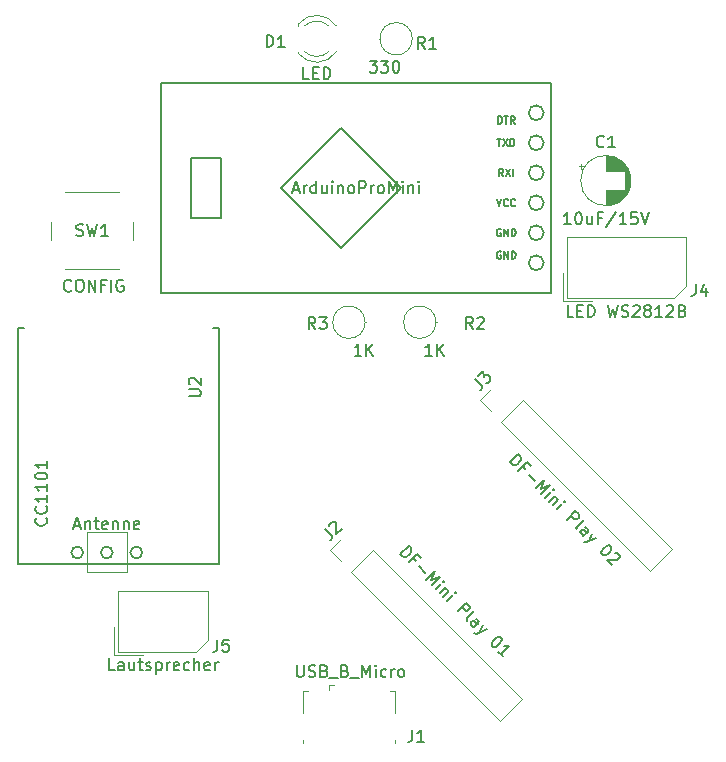
<source format=gbr>
G04 #@! TF.GenerationSoftware,KiCad,Pcbnew,(5.0.2)-1*
G04 #@! TF.CreationDate,2020-02-26T09:59:23+01:00*
G04 #@! TF.ProjectId,HB-OU-MP3-LED_PCB,48422d4f-552d-44d5-9033-2d4c45445f50,V2.1.3*
G04 #@! TF.SameCoordinates,Original*
G04 #@! TF.FileFunction,Legend,Top*
G04 #@! TF.FilePolarity,Positive*
%FSLAX46Y46*%
G04 Gerber Fmt 4.6, Leading zero omitted, Abs format (unit mm)*
G04 Created by KiCad (PCBNEW (5.0.2)-1) date 26.02.2020 09:59:23*
%MOMM*%
%LPD*%
G01*
G04 APERTURE LIST*
%ADD10C,0.120000*%
%ADD11C,0.150000*%
G04 APERTURE END LIST*
D10*
G04 #@! TO.C,C1*
X165870000Y-83000000D02*
G75*
G03X165870000Y-83000000I-2120000J0D01*
G01*
X163750000Y-83840000D02*
X163750000Y-85080000D01*
X163750000Y-80920000D02*
X163750000Y-82160000D01*
X163790000Y-83840000D02*
X163790000Y-85080000D01*
X163790000Y-80920000D02*
X163790000Y-82160000D01*
X163830000Y-83840000D02*
X163830000Y-85079000D01*
X163830000Y-80921000D02*
X163830000Y-82160000D01*
X163870000Y-80923000D02*
X163870000Y-82160000D01*
X163870000Y-83840000D02*
X163870000Y-85077000D01*
X163910000Y-80926000D02*
X163910000Y-82160000D01*
X163910000Y-83840000D02*
X163910000Y-85074000D01*
X163950000Y-80929000D02*
X163950000Y-82160000D01*
X163950000Y-83840000D02*
X163950000Y-85071000D01*
X163990000Y-80933000D02*
X163990000Y-82160000D01*
X163990000Y-83840000D02*
X163990000Y-85067000D01*
X164030000Y-80938000D02*
X164030000Y-82160000D01*
X164030000Y-83840000D02*
X164030000Y-85062000D01*
X164070000Y-80944000D02*
X164070000Y-82160000D01*
X164070000Y-83840000D02*
X164070000Y-85056000D01*
X164110000Y-80950000D02*
X164110000Y-82160000D01*
X164110000Y-83840000D02*
X164110000Y-85050000D01*
X164150000Y-80958000D02*
X164150000Y-82160000D01*
X164150000Y-83840000D02*
X164150000Y-85042000D01*
X164190000Y-80966000D02*
X164190000Y-82160000D01*
X164190000Y-83840000D02*
X164190000Y-85034000D01*
X164230000Y-80975000D02*
X164230000Y-82160000D01*
X164230000Y-83840000D02*
X164230000Y-85025000D01*
X164270000Y-80984000D02*
X164270000Y-82160000D01*
X164270000Y-83840000D02*
X164270000Y-85016000D01*
X164310000Y-80995000D02*
X164310000Y-82160000D01*
X164310000Y-83840000D02*
X164310000Y-85005000D01*
X164350000Y-81006000D02*
X164350000Y-82160000D01*
X164350000Y-83840000D02*
X164350000Y-84994000D01*
X164390000Y-81018000D02*
X164390000Y-82160000D01*
X164390000Y-83840000D02*
X164390000Y-84982000D01*
X164430000Y-81032000D02*
X164430000Y-82160000D01*
X164430000Y-83840000D02*
X164430000Y-84968000D01*
X164471000Y-81046000D02*
X164471000Y-82160000D01*
X164471000Y-83840000D02*
X164471000Y-84954000D01*
X164511000Y-81060000D02*
X164511000Y-82160000D01*
X164511000Y-83840000D02*
X164511000Y-84940000D01*
X164551000Y-81076000D02*
X164551000Y-82160000D01*
X164551000Y-83840000D02*
X164551000Y-84924000D01*
X164591000Y-81093000D02*
X164591000Y-82160000D01*
X164591000Y-83840000D02*
X164591000Y-84907000D01*
X164631000Y-81111000D02*
X164631000Y-82160000D01*
X164631000Y-83840000D02*
X164631000Y-84889000D01*
X164671000Y-81130000D02*
X164671000Y-82160000D01*
X164671000Y-83840000D02*
X164671000Y-84870000D01*
X164711000Y-81149000D02*
X164711000Y-82160000D01*
X164711000Y-83840000D02*
X164711000Y-84851000D01*
X164751000Y-81170000D02*
X164751000Y-82160000D01*
X164751000Y-83840000D02*
X164751000Y-84830000D01*
X164791000Y-81192000D02*
X164791000Y-82160000D01*
X164791000Y-83840000D02*
X164791000Y-84808000D01*
X164831000Y-81215000D02*
X164831000Y-82160000D01*
X164831000Y-83840000D02*
X164831000Y-84785000D01*
X164871000Y-81240000D02*
X164871000Y-82160000D01*
X164871000Y-83840000D02*
X164871000Y-84760000D01*
X164911000Y-81265000D02*
X164911000Y-82160000D01*
X164911000Y-83840000D02*
X164911000Y-84735000D01*
X164951000Y-81292000D02*
X164951000Y-82160000D01*
X164951000Y-83840000D02*
X164951000Y-84708000D01*
X164991000Y-81320000D02*
X164991000Y-82160000D01*
X164991000Y-83840000D02*
X164991000Y-84680000D01*
X165031000Y-81350000D02*
X165031000Y-82160000D01*
X165031000Y-83840000D02*
X165031000Y-84650000D01*
X165071000Y-81381000D02*
X165071000Y-82160000D01*
X165071000Y-83840000D02*
X165071000Y-84619000D01*
X165111000Y-81413000D02*
X165111000Y-82160000D01*
X165111000Y-83840000D02*
X165111000Y-84587000D01*
X165151000Y-81448000D02*
X165151000Y-82160000D01*
X165151000Y-83840000D02*
X165151000Y-84552000D01*
X165191000Y-81484000D02*
X165191000Y-82160000D01*
X165191000Y-83840000D02*
X165191000Y-84516000D01*
X165231000Y-81522000D02*
X165231000Y-82160000D01*
X165231000Y-83840000D02*
X165231000Y-84478000D01*
X165271000Y-81562000D02*
X165271000Y-82160000D01*
X165271000Y-83840000D02*
X165271000Y-84438000D01*
X165311000Y-81604000D02*
X165311000Y-82160000D01*
X165311000Y-83840000D02*
X165311000Y-84396000D01*
X165351000Y-81649000D02*
X165351000Y-84351000D01*
X165391000Y-81696000D02*
X165391000Y-84304000D01*
X165431000Y-81746000D02*
X165431000Y-84254000D01*
X165471000Y-81800000D02*
X165471000Y-84200000D01*
X165511000Y-81858000D02*
X165511000Y-84142000D01*
X165551000Y-81920000D02*
X165551000Y-84080000D01*
X165591000Y-81987000D02*
X165591000Y-84013000D01*
X165631000Y-82060000D02*
X165631000Y-83940000D01*
X165671000Y-82141000D02*
X165671000Y-83859000D01*
X165711000Y-82232000D02*
X165711000Y-83768000D01*
X165751000Y-82336000D02*
X165751000Y-83664000D01*
X165791000Y-82463000D02*
X165791000Y-83537000D01*
X165831000Y-82630000D02*
X165831000Y-83370000D01*
X161480199Y-81805000D02*
X161880199Y-81805000D01*
X161680199Y-81605000D02*
X161680199Y-82005000D01*
G04 #@! TO.C,D1*
X140942335Y-69921392D02*
G75*
G03X137710000Y-69764484I-1672335J-1078608D01*
G01*
X140942335Y-72078608D02*
G75*
G02X137710000Y-72235516I-1672335J1078608D01*
G01*
X140311130Y-69920163D02*
G75*
G03X138229039Y-69920000I-1041130J-1079837D01*
G01*
X140311130Y-72079837D02*
G75*
G02X138229039Y-72080000I-1041130J1079837D01*
G01*
X137710000Y-69764000D02*
X137710000Y-69920000D01*
X137710000Y-72080000D02*
X137710000Y-72236000D01*
G04 #@! TO.C,J1*
X138100000Y-126237500D02*
X138550000Y-126237500D01*
X138100000Y-128087500D02*
X138100000Y-126237500D01*
X145900000Y-130637500D02*
X145900000Y-130387500D01*
X138100000Y-130637500D02*
X138100000Y-130387500D01*
X145900000Y-128087500D02*
X145900000Y-126237500D01*
X145900000Y-126237500D02*
X145450000Y-126237500D01*
X140300000Y-125687500D02*
X140750000Y-125687500D01*
X140300000Y-125687500D02*
X140300000Y-126137500D01*
G04 #@! TO.C,J2*
X154812359Y-128753263D02*
X156693263Y-126872359D01*
X142197574Y-116138478D02*
X154812359Y-128753263D01*
X144078478Y-114257574D02*
X156693263Y-126872359D01*
X142197574Y-116138478D02*
X144078478Y-114257574D01*
X141299548Y-115240452D02*
X140359096Y-114300000D01*
X140359096Y-114300000D02*
X141299548Y-113359548D01*
G04 #@! TO.C,J3*
X153059096Y-101600000D02*
X153999548Y-100659548D01*
X153999548Y-102540452D02*
X153059096Y-101600000D01*
X154897574Y-103438478D02*
X156778478Y-101557574D01*
X156778478Y-101557574D02*
X169393263Y-114172359D01*
X154897574Y-103438478D02*
X167512359Y-116053263D01*
X167512359Y-116053263D02*
X169393263Y-114172359D01*
G04 #@! TO.C,J4*
X160440000Y-87790000D02*
X160440000Y-92910000D01*
X160440000Y-92910000D02*
X169560000Y-92910000D01*
X169560000Y-92910000D02*
X170560000Y-91910000D01*
X170560000Y-91910000D02*
X170560000Y-87790000D01*
X170560000Y-87790000D02*
X160440000Y-87790000D01*
X160140000Y-90800000D02*
X160140000Y-93210000D01*
X160140000Y-93210000D02*
X162550000Y-93210000D01*
G04 #@! TO.C,J5*
X122440000Y-117790000D02*
X122440000Y-122910000D01*
X122440000Y-122910000D02*
X129060000Y-122910000D01*
X129060000Y-122910000D02*
X130060000Y-121910000D01*
X130060000Y-121910000D02*
X130060000Y-117790000D01*
X130060000Y-117790000D02*
X122440000Y-117790000D01*
X122140000Y-120800000D02*
X122140000Y-123210000D01*
X122140000Y-123210000D02*
X124550000Y-123210000D01*
G04 #@! TO.C,R1*
X147370000Y-71000000D02*
G75*
G03X147370000Y-71000000I-1370000J0D01*
G01*
X144630000Y-71000000D02*
X144560000Y-71000000D01*
G04 #@! TO.C,R2*
X149370000Y-95000000D02*
X149440000Y-95000000D01*
X149370000Y-95000000D02*
G75*
G03X149370000Y-95000000I-1370000J0D01*
G01*
G04 #@! TO.C,R3*
X143370000Y-95000000D02*
G75*
G03X143370000Y-95000000I-1370000J0D01*
G01*
X143370000Y-95000000D02*
X143440000Y-95000000D01*
G04 #@! TO.C,SW1*
X118000000Y-90500000D02*
X122500000Y-90500000D01*
X116750000Y-86500000D02*
X116750000Y-88000000D01*
X122500000Y-84000000D02*
X118000000Y-84000000D01*
X123750000Y-88000000D02*
X123750000Y-86500000D01*
D11*
G04 #@! TO.C,U1*
X158495000Y-89970000D02*
G75*
G03X158495000Y-89970000I-635000J0D01*
G01*
X158495000Y-87430000D02*
G75*
G03X158495000Y-87430000I-635000J0D01*
G01*
X158495000Y-84890000D02*
G75*
G03X158495000Y-84890000I-635000J0D01*
G01*
X158495000Y-82350000D02*
G75*
G03X158495000Y-82350000I-635000J0D01*
G01*
X158495000Y-79810000D02*
G75*
G03X158495000Y-79810000I-635000J0D01*
G01*
X158495000Y-77270000D02*
G75*
G03X158495000Y-77270000I-635000J0D01*
G01*
X128650000Y-81080000D02*
X128650000Y-86160000D01*
X128650000Y-86160000D02*
X131190000Y-86160000D01*
X131190000Y-86160000D02*
X131190000Y-81080000D01*
X131190000Y-81080000D02*
X128650000Y-81080000D01*
X141350000Y-88700000D02*
X146430000Y-83620000D01*
X146430000Y-83620000D02*
X141350000Y-78540000D01*
X141350000Y-78540000D02*
X136270000Y-83620000D01*
X136270000Y-83620000D02*
X141350000Y-88700000D01*
X126110000Y-92510000D02*
X159130000Y-92510000D01*
X159130000Y-92510000D02*
X159130000Y-74730000D01*
X159130000Y-74730000D02*
X126110000Y-74730000D01*
X126110000Y-74730000D02*
X126110000Y-92510000D01*
G04 #@! TO.C,U2*
X114000000Y-95500000D02*
X114500000Y-95500000D01*
X131000000Y-95500000D02*
X130500000Y-95500000D01*
X119500000Y-114500000D02*
G75*
G03X119500000Y-114500000I-500000J0D01*
G01*
X124500000Y-114500000D02*
G75*
G03X124500000Y-114500000I-500000J0D01*
G01*
X122000000Y-114500000D02*
G75*
G03X122000000Y-114500000I-500000J0D01*
G01*
X131000000Y-95500000D02*
X131000000Y-115500000D01*
X131000000Y-115500000D02*
X114000000Y-115500000D01*
X114000000Y-115500000D02*
X114000000Y-95500000D01*
D10*
G04 #@! TO.C,Antenne*
X119814000Y-116178000D02*
X119814000Y-112778000D01*
X123214000Y-116178000D02*
X119814000Y-116178000D01*
X123214000Y-112778000D02*
X123214000Y-116178000D01*
X119814000Y-112778000D02*
X123214000Y-112778000D01*
G04 #@! TO.C,C1*
D11*
X163583333Y-80107142D02*
X163535714Y-80154761D01*
X163392857Y-80202380D01*
X163297619Y-80202380D01*
X163154761Y-80154761D01*
X163059523Y-80059523D01*
X163011904Y-79964285D01*
X162964285Y-79773809D01*
X162964285Y-79630952D01*
X163011904Y-79440476D01*
X163059523Y-79345238D01*
X163154761Y-79250000D01*
X163297619Y-79202380D01*
X163392857Y-79202380D01*
X163535714Y-79250000D01*
X163583333Y-79297619D01*
X164535714Y-80202380D02*
X163964285Y-80202380D01*
X164250000Y-80202380D02*
X164250000Y-79202380D01*
X164154761Y-79345238D01*
X164059523Y-79440476D01*
X163964285Y-79488095D01*
X160773809Y-86702380D02*
X160202380Y-86702380D01*
X160488095Y-86702380D02*
X160488095Y-85702380D01*
X160392857Y-85845238D01*
X160297619Y-85940476D01*
X160202380Y-85988095D01*
X161392857Y-85702380D02*
X161488095Y-85702380D01*
X161583333Y-85750000D01*
X161630952Y-85797619D01*
X161678571Y-85892857D01*
X161726190Y-86083333D01*
X161726190Y-86321428D01*
X161678571Y-86511904D01*
X161630952Y-86607142D01*
X161583333Y-86654761D01*
X161488095Y-86702380D01*
X161392857Y-86702380D01*
X161297619Y-86654761D01*
X161250000Y-86607142D01*
X161202380Y-86511904D01*
X161154761Y-86321428D01*
X161154761Y-86083333D01*
X161202380Y-85892857D01*
X161250000Y-85797619D01*
X161297619Y-85750000D01*
X161392857Y-85702380D01*
X162583333Y-86035714D02*
X162583333Y-86702380D01*
X162154761Y-86035714D02*
X162154761Y-86559523D01*
X162202380Y-86654761D01*
X162297619Y-86702380D01*
X162440476Y-86702380D01*
X162535714Y-86654761D01*
X162583333Y-86607142D01*
X163392857Y-86178571D02*
X163059523Y-86178571D01*
X163059523Y-86702380D02*
X163059523Y-85702380D01*
X163535714Y-85702380D01*
X164630952Y-85654761D02*
X163773809Y-86940476D01*
X165488095Y-86702380D02*
X164916666Y-86702380D01*
X165202380Y-86702380D02*
X165202380Y-85702380D01*
X165107142Y-85845238D01*
X165011904Y-85940476D01*
X164916666Y-85988095D01*
X166392857Y-85702380D02*
X165916666Y-85702380D01*
X165869047Y-86178571D01*
X165916666Y-86130952D01*
X166011904Y-86083333D01*
X166250000Y-86083333D01*
X166345238Y-86130952D01*
X166392857Y-86178571D01*
X166440476Y-86273809D01*
X166440476Y-86511904D01*
X166392857Y-86607142D01*
X166345238Y-86654761D01*
X166250000Y-86702380D01*
X166011904Y-86702380D01*
X165916666Y-86654761D01*
X165869047Y-86607142D01*
X166726190Y-85702380D02*
X167059523Y-86702380D01*
X167392857Y-85702380D01*
G04 #@! TO.C,D1*
X135024904Y-71699380D02*
X135024904Y-70699380D01*
X135263000Y-70699380D01*
X135405857Y-70747000D01*
X135501095Y-70842238D01*
X135548714Y-70937476D01*
X135596333Y-71127952D01*
X135596333Y-71270809D01*
X135548714Y-71461285D01*
X135501095Y-71556523D01*
X135405857Y-71651761D01*
X135263000Y-71699380D01*
X135024904Y-71699380D01*
X136548714Y-71699380D02*
X135977285Y-71699380D01*
X136263000Y-71699380D02*
X136263000Y-70699380D01*
X136167761Y-70842238D01*
X136072523Y-70937476D01*
X135977285Y-70985095D01*
X138627142Y-74412380D02*
X138150952Y-74412380D01*
X138150952Y-73412380D01*
X138960476Y-73888571D02*
X139293809Y-73888571D01*
X139436666Y-74412380D02*
X138960476Y-74412380D01*
X138960476Y-73412380D01*
X139436666Y-73412380D01*
X139865238Y-74412380D02*
X139865238Y-73412380D01*
X140103333Y-73412380D01*
X140246190Y-73460000D01*
X140341428Y-73555238D01*
X140389047Y-73650476D01*
X140436666Y-73840952D01*
X140436666Y-73983809D01*
X140389047Y-74174285D01*
X140341428Y-74269523D01*
X140246190Y-74364761D01*
X140103333Y-74412380D01*
X139865238Y-74412380D01*
G04 #@! TO.C,J1*
X147367666Y-129500380D02*
X147367666Y-130214666D01*
X147320047Y-130357523D01*
X147224809Y-130452761D01*
X147081952Y-130500380D01*
X146986714Y-130500380D01*
X148367666Y-130500380D02*
X147796238Y-130500380D01*
X148081952Y-130500380D02*
X148081952Y-129500380D01*
X147986714Y-129643238D01*
X147891476Y-129738476D01*
X147796238Y-129786095D01*
X137589190Y-124039380D02*
X137589190Y-124848904D01*
X137636809Y-124944142D01*
X137684428Y-124991761D01*
X137779666Y-125039380D01*
X137970142Y-125039380D01*
X138065380Y-124991761D01*
X138113000Y-124944142D01*
X138160619Y-124848904D01*
X138160619Y-124039380D01*
X138589190Y-124991761D02*
X138732047Y-125039380D01*
X138970142Y-125039380D01*
X139065380Y-124991761D01*
X139113000Y-124944142D01*
X139160619Y-124848904D01*
X139160619Y-124753666D01*
X139113000Y-124658428D01*
X139065380Y-124610809D01*
X138970142Y-124563190D01*
X138779666Y-124515571D01*
X138684428Y-124467952D01*
X138636809Y-124420333D01*
X138589190Y-124325095D01*
X138589190Y-124229857D01*
X138636809Y-124134619D01*
X138684428Y-124087000D01*
X138779666Y-124039380D01*
X139017761Y-124039380D01*
X139160619Y-124087000D01*
X139922523Y-124515571D02*
X140065380Y-124563190D01*
X140113000Y-124610809D01*
X140160619Y-124706047D01*
X140160619Y-124848904D01*
X140113000Y-124944142D01*
X140065380Y-124991761D01*
X139970142Y-125039380D01*
X139589190Y-125039380D01*
X139589190Y-124039380D01*
X139922523Y-124039380D01*
X140017761Y-124087000D01*
X140065380Y-124134619D01*
X140113000Y-124229857D01*
X140113000Y-124325095D01*
X140065380Y-124420333D01*
X140017761Y-124467952D01*
X139922523Y-124515571D01*
X139589190Y-124515571D01*
X140351095Y-125134619D02*
X141113000Y-125134619D01*
X141684428Y-124515571D02*
X141827285Y-124563190D01*
X141874904Y-124610809D01*
X141922523Y-124706047D01*
X141922523Y-124848904D01*
X141874904Y-124944142D01*
X141827285Y-124991761D01*
X141732047Y-125039380D01*
X141351095Y-125039380D01*
X141351095Y-124039380D01*
X141684428Y-124039380D01*
X141779666Y-124087000D01*
X141827285Y-124134619D01*
X141874904Y-124229857D01*
X141874904Y-124325095D01*
X141827285Y-124420333D01*
X141779666Y-124467952D01*
X141684428Y-124515571D01*
X141351095Y-124515571D01*
X142113000Y-125134619D02*
X142874904Y-125134619D01*
X143113000Y-125039380D02*
X143113000Y-124039380D01*
X143446333Y-124753666D01*
X143779666Y-124039380D01*
X143779666Y-125039380D01*
X144255857Y-125039380D02*
X144255857Y-124372714D01*
X144255857Y-124039380D02*
X144208238Y-124087000D01*
X144255857Y-124134619D01*
X144303476Y-124087000D01*
X144255857Y-124039380D01*
X144255857Y-124134619D01*
X145160619Y-124991761D02*
X145065380Y-125039380D01*
X144874904Y-125039380D01*
X144779666Y-124991761D01*
X144732047Y-124944142D01*
X144684428Y-124848904D01*
X144684428Y-124563190D01*
X144732047Y-124467952D01*
X144779666Y-124420333D01*
X144874904Y-124372714D01*
X145065380Y-124372714D01*
X145160619Y-124420333D01*
X145589190Y-125039380D02*
X145589190Y-124372714D01*
X145589190Y-124563190D02*
X145636809Y-124467952D01*
X145684428Y-124420333D01*
X145779666Y-124372714D01*
X145874904Y-124372714D01*
X146351095Y-125039380D02*
X146255857Y-124991761D01*
X146208238Y-124944142D01*
X146160619Y-124848904D01*
X146160619Y-124563190D01*
X146208238Y-124467952D01*
X146255857Y-124420333D01*
X146351095Y-124372714D01*
X146493952Y-124372714D01*
X146589190Y-124420333D01*
X146636809Y-124467952D01*
X146684428Y-124563190D01*
X146684428Y-124848904D01*
X146636809Y-124944142D01*
X146589190Y-124991761D01*
X146493952Y-125039380D01*
X146351095Y-125039380D01*
G04 #@! TO.C,J2*
X139969513Y-112500918D02*
X140474589Y-113005994D01*
X140541933Y-113140681D01*
X140541933Y-113275368D01*
X140474589Y-113410055D01*
X140407246Y-113477398D01*
X140339902Y-112265215D02*
X140339902Y-112197872D01*
X140373574Y-112096857D01*
X140541933Y-111928498D01*
X140642948Y-111894826D01*
X140710292Y-111894826D01*
X140811307Y-111928498D01*
X140878650Y-111995841D01*
X140945994Y-112130528D01*
X140945994Y-112938650D01*
X141383727Y-112500918D01*
X146356298Y-114611061D02*
X147063405Y-113903954D01*
X147231763Y-114072313D01*
X147299107Y-114207000D01*
X147299107Y-114341687D01*
X147265435Y-114442702D01*
X147164420Y-114611061D01*
X147063405Y-114712076D01*
X146895046Y-114813092D01*
X146794031Y-114846763D01*
X146659344Y-114846763D01*
X146524657Y-114779420D01*
X146356298Y-114611061D01*
X147669496Y-115183481D02*
X147433794Y-114947779D01*
X147063405Y-115318168D02*
X147770511Y-114611061D01*
X148107229Y-114947779D01*
X147938870Y-115654885D02*
X148477618Y-116193633D01*
X148544962Y-116799725D02*
X149252068Y-116092618D01*
X148982694Y-116833397D01*
X149723473Y-116564023D01*
X149016366Y-117271129D01*
X149353084Y-117607847D02*
X149824488Y-117136442D01*
X150060190Y-116900740D02*
X149992847Y-116900740D01*
X149992847Y-116968084D01*
X150060190Y-116968084D01*
X150060190Y-116900740D01*
X149992847Y-116968084D01*
X150161206Y-117473160D02*
X149689801Y-117944564D01*
X150093862Y-117540503D02*
X150161206Y-117540503D01*
X150262221Y-117574175D01*
X150363236Y-117675190D01*
X150396908Y-117776206D01*
X150363236Y-117877221D01*
X149992847Y-118247610D01*
X150329564Y-118584328D02*
X150800969Y-118112923D01*
X151036671Y-117877221D02*
X150969328Y-117877221D01*
X150969328Y-117944564D01*
X151036671Y-117944564D01*
X151036671Y-117877221D01*
X150969328Y-117944564D01*
X151205030Y-119459793D02*
X151912137Y-118752687D01*
X152181511Y-119022061D01*
X152215183Y-119123076D01*
X152215183Y-119190419D01*
X152181511Y-119291435D01*
X152080496Y-119392450D01*
X151979480Y-119426122D01*
X151912137Y-119426122D01*
X151811122Y-119392450D01*
X151541748Y-119123076D01*
X152013152Y-120267915D02*
X151979480Y-120166900D01*
X152013152Y-120065885D01*
X152619244Y-119459793D01*
X152585572Y-120840335D02*
X152955961Y-120469946D01*
X152989633Y-120368931D01*
X152955961Y-120267915D01*
X152821274Y-120133228D01*
X152720259Y-120099557D01*
X152619244Y-120806663D02*
X152518228Y-120772992D01*
X152349870Y-120604633D01*
X152316198Y-120503618D01*
X152349870Y-120402602D01*
X152417213Y-120335259D01*
X152518228Y-120301587D01*
X152619244Y-120335259D01*
X152787602Y-120503618D01*
X152888618Y-120537289D01*
X153326350Y-120638305D02*
X153023305Y-121278068D01*
X153663068Y-120975022D02*
X153023305Y-121278068D01*
X152787602Y-121379083D01*
X152720259Y-121379083D01*
X152619244Y-121345411D01*
X154841579Y-121682129D02*
X154908923Y-121749472D01*
X154942594Y-121850488D01*
X154942594Y-121917831D01*
X154908923Y-122018846D01*
X154807907Y-122187205D01*
X154639549Y-122355564D01*
X154471190Y-122456579D01*
X154370175Y-122490251D01*
X154302831Y-122490251D01*
X154201816Y-122456579D01*
X154134472Y-122389236D01*
X154100801Y-122288220D01*
X154100801Y-122220877D01*
X154134472Y-122119862D01*
X154235488Y-121951503D01*
X154403846Y-121783144D01*
X154572205Y-121682129D01*
X154673220Y-121648457D01*
X154740564Y-121648457D01*
X154841579Y-121682129D01*
X155043610Y-123298373D02*
X154639549Y-122894312D01*
X154841579Y-123096342D02*
X155548686Y-122389236D01*
X155380327Y-122422907D01*
X155245640Y-122422907D01*
X155144625Y-122389236D01*
G04 #@! TO.C,J3*
X152669513Y-99800918D02*
X153174589Y-100305994D01*
X153241933Y-100440681D01*
X153241933Y-100575368D01*
X153174589Y-100710055D01*
X153107246Y-100777398D01*
X152938887Y-99531544D02*
X153376620Y-99093811D01*
X153410292Y-99598887D01*
X153511307Y-99497872D01*
X153612322Y-99464200D01*
X153679666Y-99464200D01*
X153780681Y-99497872D01*
X153949040Y-99666231D01*
X153982711Y-99767246D01*
X153982711Y-99834589D01*
X153949040Y-99935605D01*
X153747009Y-100137635D01*
X153645994Y-100171307D01*
X153578650Y-100171307D01*
X155627299Y-106864061D02*
X156334406Y-106156954D01*
X156502764Y-106325313D01*
X156570108Y-106460000D01*
X156570108Y-106594687D01*
X156536436Y-106695702D01*
X156435421Y-106864061D01*
X156334406Y-106965076D01*
X156166047Y-107066092D01*
X156065032Y-107099763D01*
X155930345Y-107099763D01*
X155795658Y-107032420D01*
X155627299Y-106864061D01*
X156940497Y-107436481D02*
X156704795Y-107200779D01*
X156334406Y-107571168D02*
X157041512Y-106864061D01*
X157378230Y-107200779D01*
X157209871Y-107907885D02*
X157748619Y-108446633D01*
X157815963Y-109052725D02*
X158523069Y-108345618D01*
X158253695Y-109086397D01*
X158994474Y-108817023D01*
X158287367Y-109524129D01*
X158624085Y-109860847D02*
X159095489Y-109389442D01*
X159331191Y-109153740D02*
X159263848Y-109153740D01*
X159263848Y-109221084D01*
X159331191Y-109221084D01*
X159331191Y-109153740D01*
X159263848Y-109221084D01*
X159432207Y-109726160D02*
X158960802Y-110197564D01*
X159364863Y-109793503D02*
X159432207Y-109793503D01*
X159533222Y-109827175D01*
X159634237Y-109928190D01*
X159667909Y-110029206D01*
X159634237Y-110130221D01*
X159263848Y-110500610D01*
X159600565Y-110837328D02*
X160071970Y-110365923D01*
X160307672Y-110130221D02*
X160240329Y-110130221D01*
X160240329Y-110197564D01*
X160307672Y-110197564D01*
X160307672Y-110130221D01*
X160240329Y-110197564D01*
X160476031Y-111712793D02*
X161183138Y-111005687D01*
X161452512Y-111275061D01*
X161486184Y-111376076D01*
X161486184Y-111443419D01*
X161452512Y-111544435D01*
X161351497Y-111645450D01*
X161250481Y-111679122D01*
X161183138Y-111679122D01*
X161082123Y-111645450D01*
X160812749Y-111376076D01*
X161284153Y-112520915D02*
X161250481Y-112419900D01*
X161284153Y-112318885D01*
X161890245Y-111712793D01*
X161856573Y-113093335D02*
X162226962Y-112722946D01*
X162260634Y-112621931D01*
X162226962Y-112520915D01*
X162092275Y-112386228D01*
X161991260Y-112352557D01*
X161890245Y-113059663D02*
X161789229Y-113025992D01*
X161620871Y-112857633D01*
X161587199Y-112756618D01*
X161620871Y-112655602D01*
X161688214Y-112588259D01*
X161789229Y-112554587D01*
X161890245Y-112588259D01*
X162058603Y-112756618D01*
X162159619Y-112790289D01*
X162597351Y-112891305D02*
X162294306Y-113531068D01*
X162934069Y-113228022D02*
X162294306Y-113531068D01*
X162058603Y-113632083D01*
X161991260Y-113632083D01*
X161890245Y-113598411D01*
X164112580Y-113935129D02*
X164179924Y-114002472D01*
X164213595Y-114103488D01*
X164213595Y-114170831D01*
X164179924Y-114271846D01*
X164078908Y-114440205D01*
X163910550Y-114608564D01*
X163742191Y-114709579D01*
X163641176Y-114743251D01*
X163573832Y-114743251D01*
X163472817Y-114709579D01*
X163405473Y-114642236D01*
X163371802Y-114541220D01*
X163371802Y-114473877D01*
X163405473Y-114372862D01*
X163506489Y-114204503D01*
X163674847Y-114036144D01*
X163843206Y-113935129D01*
X163944221Y-113901457D01*
X164011565Y-113901457D01*
X164112580Y-113935129D01*
X164550313Y-114507549D02*
X164617656Y-114507549D01*
X164718672Y-114541220D01*
X164887030Y-114709579D01*
X164920702Y-114810594D01*
X164920702Y-114877938D01*
X164887030Y-114978953D01*
X164819687Y-115046297D01*
X164685000Y-115113640D01*
X163876878Y-115113640D01*
X164314611Y-115551373D01*
G04 #@! TO.C,J4*
X171370666Y-91781380D02*
X171370666Y-92495666D01*
X171323047Y-92638523D01*
X171227809Y-92733761D01*
X171084952Y-92781380D01*
X170989714Y-92781380D01*
X172275428Y-92114714D02*
X172275428Y-92781380D01*
X172037333Y-91733761D02*
X171799238Y-92448047D01*
X172418285Y-92448047D01*
X161004809Y-94559380D02*
X160528619Y-94559380D01*
X160528619Y-93559380D01*
X161338142Y-94035571D02*
X161671476Y-94035571D01*
X161814333Y-94559380D02*
X161338142Y-94559380D01*
X161338142Y-93559380D01*
X161814333Y-93559380D01*
X162242904Y-94559380D02*
X162242904Y-93559380D01*
X162481000Y-93559380D01*
X162623857Y-93607000D01*
X162719095Y-93702238D01*
X162766714Y-93797476D01*
X162814333Y-93987952D01*
X162814333Y-94130809D01*
X162766714Y-94321285D01*
X162719095Y-94416523D01*
X162623857Y-94511761D01*
X162481000Y-94559380D01*
X162242904Y-94559380D01*
X163909571Y-93559380D02*
X164147666Y-94559380D01*
X164338142Y-93845095D01*
X164528619Y-94559380D01*
X164766714Y-93559380D01*
X165100047Y-94511761D02*
X165242904Y-94559380D01*
X165481000Y-94559380D01*
X165576238Y-94511761D01*
X165623857Y-94464142D01*
X165671476Y-94368904D01*
X165671476Y-94273666D01*
X165623857Y-94178428D01*
X165576238Y-94130809D01*
X165481000Y-94083190D01*
X165290523Y-94035571D01*
X165195285Y-93987952D01*
X165147666Y-93940333D01*
X165100047Y-93845095D01*
X165100047Y-93749857D01*
X165147666Y-93654619D01*
X165195285Y-93607000D01*
X165290523Y-93559380D01*
X165528619Y-93559380D01*
X165671476Y-93607000D01*
X166052428Y-93654619D02*
X166100047Y-93607000D01*
X166195285Y-93559380D01*
X166433380Y-93559380D01*
X166528619Y-93607000D01*
X166576238Y-93654619D01*
X166623857Y-93749857D01*
X166623857Y-93845095D01*
X166576238Y-93987952D01*
X166004809Y-94559380D01*
X166623857Y-94559380D01*
X167195285Y-93987952D02*
X167100047Y-93940333D01*
X167052428Y-93892714D01*
X167004809Y-93797476D01*
X167004809Y-93749857D01*
X167052428Y-93654619D01*
X167100047Y-93607000D01*
X167195285Y-93559380D01*
X167385761Y-93559380D01*
X167481000Y-93607000D01*
X167528619Y-93654619D01*
X167576238Y-93749857D01*
X167576238Y-93797476D01*
X167528619Y-93892714D01*
X167481000Y-93940333D01*
X167385761Y-93987952D01*
X167195285Y-93987952D01*
X167100047Y-94035571D01*
X167052428Y-94083190D01*
X167004809Y-94178428D01*
X167004809Y-94368904D01*
X167052428Y-94464142D01*
X167100047Y-94511761D01*
X167195285Y-94559380D01*
X167385761Y-94559380D01*
X167481000Y-94511761D01*
X167528619Y-94464142D01*
X167576238Y-94368904D01*
X167576238Y-94178428D01*
X167528619Y-94083190D01*
X167481000Y-94035571D01*
X167385761Y-93987952D01*
X168528619Y-94559380D02*
X167957190Y-94559380D01*
X168242904Y-94559380D02*
X168242904Y-93559380D01*
X168147666Y-93702238D01*
X168052428Y-93797476D01*
X167957190Y-93845095D01*
X168909571Y-93654619D02*
X168957190Y-93607000D01*
X169052428Y-93559380D01*
X169290523Y-93559380D01*
X169385761Y-93607000D01*
X169433380Y-93654619D01*
X169481000Y-93749857D01*
X169481000Y-93845095D01*
X169433380Y-93987952D01*
X168861952Y-94559380D01*
X169481000Y-94559380D01*
X170242904Y-94035571D02*
X170385761Y-94083190D01*
X170433380Y-94130809D01*
X170481000Y-94226047D01*
X170481000Y-94368904D01*
X170433380Y-94464142D01*
X170385761Y-94511761D01*
X170290523Y-94559380D01*
X169909571Y-94559380D01*
X169909571Y-93559380D01*
X170242904Y-93559380D01*
X170338142Y-93607000D01*
X170385761Y-93654619D01*
X170433380Y-93749857D01*
X170433380Y-93845095D01*
X170385761Y-93940333D01*
X170338142Y-93987952D01*
X170242904Y-94035571D01*
X169909571Y-94035571D01*
G04 #@! TO.C,J5*
X130857666Y-121880380D02*
X130857666Y-122594666D01*
X130810047Y-122737523D01*
X130714809Y-122832761D01*
X130571952Y-122880380D01*
X130476714Y-122880380D01*
X131810047Y-121880380D02*
X131333857Y-121880380D01*
X131286238Y-122356571D01*
X131333857Y-122308952D01*
X131429095Y-122261333D01*
X131667190Y-122261333D01*
X131762428Y-122308952D01*
X131810047Y-122356571D01*
X131857666Y-122451809D01*
X131857666Y-122689904D01*
X131810047Y-122785142D01*
X131762428Y-122832761D01*
X131667190Y-122880380D01*
X131429095Y-122880380D01*
X131333857Y-122832761D01*
X131286238Y-122785142D01*
X122154761Y-124452380D02*
X121678571Y-124452380D01*
X121678571Y-123452380D01*
X122916666Y-124452380D02*
X122916666Y-123928571D01*
X122869047Y-123833333D01*
X122773809Y-123785714D01*
X122583333Y-123785714D01*
X122488095Y-123833333D01*
X122916666Y-124404761D02*
X122821428Y-124452380D01*
X122583333Y-124452380D01*
X122488095Y-124404761D01*
X122440476Y-124309523D01*
X122440476Y-124214285D01*
X122488095Y-124119047D01*
X122583333Y-124071428D01*
X122821428Y-124071428D01*
X122916666Y-124023809D01*
X123821428Y-123785714D02*
X123821428Y-124452380D01*
X123392857Y-123785714D02*
X123392857Y-124309523D01*
X123440476Y-124404761D01*
X123535714Y-124452380D01*
X123678571Y-124452380D01*
X123773809Y-124404761D01*
X123821428Y-124357142D01*
X124154761Y-123785714D02*
X124535714Y-123785714D01*
X124297619Y-123452380D02*
X124297619Y-124309523D01*
X124345238Y-124404761D01*
X124440476Y-124452380D01*
X124535714Y-124452380D01*
X124821428Y-124404761D02*
X124916666Y-124452380D01*
X125107142Y-124452380D01*
X125202380Y-124404761D01*
X125250000Y-124309523D01*
X125250000Y-124261904D01*
X125202380Y-124166666D01*
X125107142Y-124119047D01*
X124964285Y-124119047D01*
X124869047Y-124071428D01*
X124821428Y-123976190D01*
X124821428Y-123928571D01*
X124869047Y-123833333D01*
X124964285Y-123785714D01*
X125107142Y-123785714D01*
X125202380Y-123833333D01*
X125678571Y-123785714D02*
X125678571Y-124785714D01*
X125678571Y-123833333D02*
X125773809Y-123785714D01*
X125964285Y-123785714D01*
X126059523Y-123833333D01*
X126107142Y-123880952D01*
X126154761Y-123976190D01*
X126154761Y-124261904D01*
X126107142Y-124357142D01*
X126059523Y-124404761D01*
X125964285Y-124452380D01*
X125773809Y-124452380D01*
X125678571Y-124404761D01*
X126583333Y-124452380D02*
X126583333Y-123785714D01*
X126583333Y-123976190D02*
X126630952Y-123880952D01*
X126678571Y-123833333D01*
X126773809Y-123785714D01*
X126869047Y-123785714D01*
X127583333Y-124404761D02*
X127488095Y-124452380D01*
X127297619Y-124452380D01*
X127202380Y-124404761D01*
X127154761Y-124309523D01*
X127154761Y-123928571D01*
X127202380Y-123833333D01*
X127297619Y-123785714D01*
X127488095Y-123785714D01*
X127583333Y-123833333D01*
X127630952Y-123928571D01*
X127630952Y-124023809D01*
X127154761Y-124119047D01*
X128488095Y-124404761D02*
X128392857Y-124452380D01*
X128202380Y-124452380D01*
X128107142Y-124404761D01*
X128059523Y-124357142D01*
X128011904Y-124261904D01*
X128011904Y-123976190D01*
X128059523Y-123880952D01*
X128107142Y-123833333D01*
X128202380Y-123785714D01*
X128392857Y-123785714D01*
X128488095Y-123833333D01*
X128916666Y-124452380D02*
X128916666Y-123452380D01*
X129345238Y-124452380D02*
X129345238Y-123928571D01*
X129297619Y-123833333D01*
X129202380Y-123785714D01*
X129059523Y-123785714D01*
X128964285Y-123833333D01*
X128916666Y-123880952D01*
X130202380Y-124404761D02*
X130107142Y-124452380D01*
X129916666Y-124452380D01*
X129821428Y-124404761D01*
X129773809Y-124309523D01*
X129773809Y-123928571D01*
X129821428Y-123833333D01*
X129916666Y-123785714D01*
X130107142Y-123785714D01*
X130202380Y-123833333D01*
X130250000Y-123928571D01*
X130250000Y-124023809D01*
X129773809Y-124119047D01*
X130678571Y-124452380D02*
X130678571Y-123785714D01*
X130678571Y-123976190D02*
X130726190Y-123880952D01*
X130773809Y-123833333D01*
X130869047Y-123785714D01*
X130964285Y-123785714D01*
G04 #@! TO.C,R1*
X148423333Y-71826380D02*
X148090000Y-71350190D01*
X147851904Y-71826380D02*
X147851904Y-70826380D01*
X148232857Y-70826380D01*
X148328095Y-70874000D01*
X148375714Y-70921619D01*
X148423333Y-71016857D01*
X148423333Y-71159714D01*
X148375714Y-71254952D01*
X148328095Y-71302571D01*
X148232857Y-71350190D01*
X147851904Y-71350190D01*
X149375714Y-71826380D02*
X148804285Y-71826380D01*
X149090000Y-71826380D02*
X149090000Y-70826380D01*
X148994761Y-70969238D01*
X148899523Y-71064476D01*
X148804285Y-71112095D01*
X143748285Y-72858380D02*
X144367333Y-72858380D01*
X144034000Y-73239333D01*
X144176857Y-73239333D01*
X144272095Y-73286952D01*
X144319714Y-73334571D01*
X144367333Y-73429809D01*
X144367333Y-73667904D01*
X144319714Y-73763142D01*
X144272095Y-73810761D01*
X144176857Y-73858380D01*
X143891142Y-73858380D01*
X143795904Y-73810761D01*
X143748285Y-73763142D01*
X144700666Y-72858380D02*
X145319714Y-72858380D01*
X144986380Y-73239333D01*
X145129238Y-73239333D01*
X145224476Y-73286952D01*
X145272095Y-73334571D01*
X145319714Y-73429809D01*
X145319714Y-73667904D01*
X145272095Y-73763142D01*
X145224476Y-73810761D01*
X145129238Y-73858380D01*
X144843523Y-73858380D01*
X144748285Y-73810761D01*
X144700666Y-73763142D01*
X145938761Y-72858380D02*
X146034000Y-72858380D01*
X146129238Y-72906000D01*
X146176857Y-72953619D01*
X146224476Y-73048857D01*
X146272095Y-73239333D01*
X146272095Y-73477428D01*
X146224476Y-73667904D01*
X146176857Y-73763142D01*
X146129238Y-73810761D01*
X146034000Y-73858380D01*
X145938761Y-73858380D01*
X145843523Y-73810761D01*
X145795904Y-73763142D01*
X145748285Y-73667904D01*
X145700666Y-73477428D01*
X145700666Y-73239333D01*
X145748285Y-73048857D01*
X145795904Y-72953619D01*
X145843523Y-72906000D01*
X145938761Y-72858380D01*
G04 #@! TO.C,R2*
X152487333Y-95575380D02*
X152154000Y-95099190D01*
X151915904Y-95575380D02*
X151915904Y-94575380D01*
X152296857Y-94575380D01*
X152392095Y-94623000D01*
X152439714Y-94670619D01*
X152487333Y-94765857D01*
X152487333Y-94908714D01*
X152439714Y-95003952D01*
X152392095Y-95051571D01*
X152296857Y-95099190D01*
X151915904Y-95099190D01*
X152868285Y-94670619D02*
X152915904Y-94623000D01*
X153011142Y-94575380D01*
X153249238Y-94575380D01*
X153344476Y-94623000D01*
X153392095Y-94670619D01*
X153439714Y-94765857D01*
X153439714Y-94861095D01*
X153392095Y-95003952D01*
X152820666Y-95575380D01*
X153439714Y-95575380D01*
X149055714Y-97822380D02*
X148484285Y-97822380D01*
X148770000Y-97822380D02*
X148770000Y-96822380D01*
X148674761Y-96965238D01*
X148579523Y-97060476D01*
X148484285Y-97108095D01*
X149484285Y-97822380D02*
X149484285Y-96822380D01*
X150055714Y-97822380D02*
X149627142Y-97250952D01*
X150055714Y-96822380D02*
X149484285Y-97393809D01*
G04 #@! TO.C,R3*
X139152333Y-95575380D02*
X138819000Y-95099190D01*
X138580904Y-95575380D02*
X138580904Y-94575380D01*
X138961857Y-94575380D01*
X139057095Y-94623000D01*
X139104714Y-94670619D01*
X139152333Y-94765857D01*
X139152333Y-94908714D01*
X139104714Y-95003952D01*
X139057095Y-95051571D01*
X138961857Y-95099190D01*
X138580904Y-95099190D01*
X139485666Y-94575380D02*
X140104714Y-94575380D01*
X139771380Y-94956333D01*
X139914238Y-94956333D01*
X140009476Y-95003952D01*
X140057095Y-95051571D01*
X140104714Y-95146809D01*
X140104714Y-95384904D01*
X140057095Y-95480142D01*
X140009476Y-95527761D01*
X139914238Y-95575380D01*
X139628523Y-95575380D01*
X139533285Y-95527761D01*
X139485666Y-95480142D01*
X143055714Y-97822380D02*
X142484285Y-97822380D01*
X142770000Y-97822380D02*
X142770000Y-96822380D01*
X142674761Y-96965238D01*
X142579523Y-97060476D01*
X142484285Y-97108095D01*
X143484285Y-97822380D02*
X143484285Y-96822380D01*
X144055714Y-97822380D02*
X143627142Y-97250952D01*
X144055714Y-96822380D02*
X143484285Y-97393809D01*
G04 #@! TO.C,SW1*
X118935666Y-87653761D02*
X119078523Y-87701380D01*
X119316619Y-87701380D01*
X119411857Y-87653761D01*
X119459476Y-87606142D01*
X119507095Y-87510904D01*
X119507095Y-87415666D01*
X119459476Y-87320428D01*
X119411857Y-87272809D01*
X119316619Y-87225190D01*
X119126142Y-87177571D01*
X119030904Y-87129952D01*
X118983285Y-87082333D01*
X118935666Y-86987095D01*
X118935666Y-86891857D01*
X118983285Y-86796619D01*
X119030904Y-86749000D01*
X119126142Y-86701380D01*
X119364238Y-86701380D01*
X119507095Y-86749000D01*
X119840428Y-86701380D02*
X120078523Y-87701380D01*
X120269000Y-86987095D01*
X120459476Y-87701380D01*
X120697571Y-86701380D01*
X121602333Y-87701380D02*
X121030904Y-87701380D01*
X121316619Y-87701380D02*
X121316619Y-86701380D01*
X121221380Y-86844238D01*
X121126142Y-86939476D01*
X121030904Y-86987095D01*
X118491238Y-92305142D02*
X118443619Y-92352761D01*
X118300761Y-92400380D01*
X118205523Y-92400380D01*
X118062666Y-92352761D01*
X117967428Y-92257523D01*
X117919809Y-92162285D01*
X117872190Y-91971809D01*
X117872190Y-91828952D01*
X117919809Y-91638476D01*
X117967428Y-91543238D01*
X118062666Y-91448000D01*
X118205523Y-91400380D01*
X118300761Y-91400380D01*
X118443619Y-91448000D01*
X118491238Y-91495619D01*
X119110285Y-91400380D02*
X119300761Y-91400380D01*
X119396000Y-91448000D01*
X119491238Y-91543238D01*
X119538857Y-91733714D01*
X119538857Y-92067047D01*
X119491238Y-92257523D01*
X119396000Y-92352761D01*
X119300761Y-92400380D01*
X119110285Y-92400380D01*
X119015047Y-92352761D01*
X118919809Y-92257523D01*
X118872190Y-92067047D01*
X118872190Y-91733714D01*
X118919809Y-91543238D01*
X119015047Y-91448000D01*
X119110285Y-91400380D01*
X119967428Y-92400380D02*
X119967428Y-91400380D01*
X120538857Y-92400380D01*
X120538857Y-91400380D01*
X121348380Y-91876571D02*
X121015047Y-91876571D01*
X121015047Y-92400380D02*
X121015047Y-91400380D01*
X121491238Y-91400380D01*
X121872190Y-92400380D02*
X121872190Y-91400380D01*
X122872190Y-91448000D02*
X122776952Y-91400380D01*
X122634095Y-91400380D01*
X122491238Y-91448000D01*
X122396000Y-91543238D01*
X122348380Y-91638476D01*
X122300761Y-91828952D01*
X122300761Y-91971809D01*
X122348380Y-92162285D01*
X122396000Y-92257523D01*
X122491238Y-92352761D01*
X122634095Y-92400380D01*
X122729333Y-92400380D01*
X122872190Y-92352761D01*
X122919809Y-92305142D01*
X122919809Y-91971809D01*
X122729333Y-91971809D01*
G04 #@! TO.C,U1*
X137262857Y-83786666D02*
X137739047Y-83786666D01*
X137167619Y-84072380D02*
X137500952Y-83072380D01*
X137834285Y-84072380D01*
X138167619Y-84072380D02*
X138167619Y-83405714D01*
X138167619Y-83596190D02*
X138215238Y-83500952D01*
X138262857Y-83453333D01*
X138358095Y-83405714D01*
X138453333Y-83405714D01*
X139215238Y-84072380D02*
X139215238Y-83072380D01*
X139215238Y-84024761D02*
X139120000Y-84072380D01*
X138929523Y-84072380D01*
X138834285Y-84024761D01*
X138786666Y-83977142D01*
X138739047Y-83881904D01*
X138739047Y-83596190D01*
X138786666Y-83500952D01*
X138834285Y-83453333D01*
X138929523Y-83405714D01*
X139120000Y-83405714D01*
X139215238Y-83453333D01*
X140120000Y-83405714D02*
X140120000Y-84072380D01*
X139691428Y-83405714D02*
X139691428Y-83929523D01*
X139739047Y-84024761D01*
X139834285Y-84072380D01*
X139977142Y-84072380D01*
X140072380Y-84024761D01*
X140120000Y-83977142D01*
X140596190Y-84072380D02*
X140596190Y-83405714D01*
X140596190Y-83072380D02*
X140548571Y-83120000D01*
X140596190Y-83167619D01*
X140643809Y-83120000D01*
X140596190Y-83072380D01*
X140596190Y-83167619D01*
X141072380Y-83405714D02*
X141072380Y-84072380D01*
X141072380Y-83500952D02*
X141120000Y-83453333D01*
X141215238Y-83405714D01*
X141358095Y-83405714D01*
X141453333Y-83453333D01*
X141500952Y-83548571D01*
X141500952Y-84072380D01*
X142120000Y-84072380D02*
X142024761Y-84024761D01*
X141977142Y-83977142D01*
X141929523Y-83881904D01*
X141929523Y-83596190D01*
X141977142Y-83500952D01*
X142024761Y-83453333D01*
X142120000Y-83405714D01*
X142262857Y-83405714D01*
X142358095Y-83453333D01*
X142405714Y-83500952D01*
X142453333Y-83596190D01*
X142453333Y-83881904D01*
X142405714Y-83977142D01*
X142358095Y-84024761D01*
X142262857Y-84072380D01*
X142120000Y-84072380D01*
X142881904Y-84072380D02*
X142881904Y-83072380D01*
X143262857Y-83072380D01*
X143358095Y-83120000D01*
X143405714Y-83167619D01*
X143453333Y-83262857D01*
X143453333Y-83405714D01*
X143405714Y-83500952D01*
X143358095Y-83548571D01*
X143262857Y-83596190D01*
X142881904Y-83596190D01*
X143881904Y-84072380D02*
X143881904Y-83405714D01*
X143881904Y-83596190D02*
X143929523Y-83500952D01*
X143977142Y-83453333D01*
X144072380Y-83405714D01*
X144167619Y-83405714D01*
X144643809Y-84072380D02*
X144548571Y-84024761D01*
X144500952Y-83977142D01*
X144453333Y-83881904D01*
X144453333Y-83596190D01*
X144500952Y-83500952D01*
X144548571Y-83453333D01*
X144643809Y-83405714D01*
X144786666Y-83405714D01*
X144881904Y-83453333D01*
X144929523Y-83500952D01*
X144977142Y-83596190D01*
X144977142Y-83881904D01*
X144929523Y-83977142D01*
X144881904Y-84024761D01*
X144786666Y-84072380D01*
X144643809Y-84072380D01*
X145405714Y-84072380D02*
X145405714Y-83072380D01*
X145739047Y-83786666D01*
X146072380Y-83072380D01*
X146072380Y-84072380D01*
X146548571Y-84072380D02*
X146548571Y-83405714D01*
X146548571Y-83072380D02*
X146500952Y-83120000D01*
X146548571Y-83167619D01*
X146596190Y-83120000D01*
X146548571Y-83072380D01*
X146548571Y-83167619D01*
X147024761Y-83405714D02*
X147024761Y-84072380D01*
X147024761Y-83500952D02*
X147072380Y-83453333D01*
X147167619Y-83405714D01*
X147310476Y-83405714D01*
X147405714Y-83453333D01*
X147453333Y-83548571D01*
X147453333Y-84072380D01*
X147929523Y-84072380D02*
X147929523Y-83405714D01*
X147929523Y-83072380D02*
X147881904Y-83120000D01*
X147929523Y-83167619D01*
X147977142Y-83120000D01*
X147929523Y-83072380D01*
X147929523Y-83167619D01*
X154520000Y-84561428D02*
X154720000Y-85161428D01*
X154920000Y-84561428D01*
X155462857Y-85104285D02*
X155434285Y-85132857D01*
X155348571Y-85161428D01*
X155291428Y-85161428D01*
X155205714Y-85132857D01*
X155148571Y-85075714D01*
X155120000Y-85018571D01*
X155091428Y-84904285D01*
X155091428Y-84818571D01*
X155120000Y-84704285D01*
X155148571Y-84647142D01*
X155205714Y-84590000D01*
X155291428Y-84561428D01*
X155348571Y-84561428D01*
X155434285Y-84590000D01*
X155462857Y-84618571D01*
X156062857Y-85104285D02*
X156034285Y-85132857D01*
X155948571Y-85161428D01*
X155891428Y-85161428D01*
X155805714Y-85132857D01*
X155748571Y-85075714D01*
X155720000Y-85018571D01*
X155691428Y-84904285D01*
X155691428Y-84818571D01*
X155720000Y-84704285D01*
X155748571Y-84647142D01*
X155805714Y-84590000D01*
X155891428Y-84561428D01*
X155948571Y-84561428D01*
X156034285Y-84590000D01*
X156062857Y-84618571D01*
X155077142Y-82621428D02*
X154877142Y-82335714D01*
X154734285Y-82621428D02*
X154734285Y-82021428D01*
X154962857Y-82021428D01*
X155020000Y-82050000D01*
X155048571Y-82078571D01*
X155077142Y-82135714D01*
X155077142Y-82221428D01*
X155048571Y-82278571D01*
X155020000Y-82307142D01*
X154962857Y-82335714D01*
X154734285Y-82335714D01*
X155277142Y-82021428D02*
X155677142Y-82621428D01*
X155677142Y-82021428D02*
X155277142Y-82621428D01*
X155905714Y-82621428D02*
X155905714Y-82021428D01*
X154562857Y-79481428D02*
X154905714Y-79481428D01*
X154734285Y-80081428D02*
X154734285Y-79481428D01*
X155048571Y-79481428D02*
X155448571Y-80081428D01*
X155448571Y-79481428D02*
X155048571Y-80081428D01*
X155677142Y-80081428D02*
X155677142Y-79481428D01*
X155820000Y-79481428D01*
X155905714Y-79510000D01*
X155962857Y-79567142D01*
X155991428Y-79624285D01*
X156020000Y-79738571D01*
X156020000Y-79824285D01*
X155991428Y-79938571D01*
X155962857Y-79995714D01*
X155905714Y-80052857D01*
X155820000Y-80081428D01*
X155677142Y-80081428D01*
X154634285Y-78176428D02*
X154634285Y-77576428D01*
X154777142Y-77576428D01*
X154862857Y-77605000D01*
X154920000Y-77662142D01*
X154948571Y-77719285D01*
X154977142Y-77833571D01*
X154977142Y-77919285D01*
X154948571Y-78033571D01*
X154920000Y-78090714D01*
X154862857Y-78147857D01*
X154777142Y-78176428D01*
X154634285Y-78176428D01*
X155148571Y-77576428D02*
X155491428Y-77576428D01*
X155320000Y-78176428D02*
X155320000Y-77576428D01*
X156034285Y-78176428D02*
X155834285Y-77890714D01*
X155691428Y-78176428D02*
X155691428Y-77576428D01*
X155920000Y-77576428D01*
X155977142Y-77605000D01*
X156005714Y-77633571D01*
X156034285Y-77690714D01*
X156034285Y-77776428D01*
X156005714Y-77833571D01*
X155977142Y-77862142D01*
X155920000Y-77890714D01*
X155691428Y-77890714D01*
X154862857Y-89035000D02*
X154805714Y-89006428D01*
X154720000Y-89006428D01*
X154634285Y-89035000D01*
X154577142Y-89092142D01*
X154548571Y-89149285D01*
X154520000Y-89263571D01*
X154520000Y-89349285D01*
X154548571Y-89463571D01*
X154577142Y-89520714D01*
X154634285Y-89577857D01*
X154720000Y-89606428D01*
X154777142Y-89606428D01*
X154862857Y-89577857D01*
X154891428Y-89549285D01*
X154891428Y-89349285D01*
X154777142Y-89349285D01*
X155148571Y-89606428D02*
X155148571Y-89006428D01*
X155491428Y-89606428D01*
X155491428Y-89006428D01*
X155777142Y-89606428D02*
X155777142Y-89006428D01*
X155920000Y-89006428D01*
X156005714Y-89035000D01*
X156062857Y-89092142D01*
X156091428Y-89149285D01*
X156120000Y-89263571D01*
X156120000Y-89349285D01*
X156091428Y-89463571D01*
X156062857Y-89520714D01*
X156005714Y-89577857D01*
X155920000Y-89606428D01*
X155777142Y-89606428D01*
X154862857Y-87130000D02*
X154805714Y-87101428D01*
X154720000Y-87101428D01*
X154634285Y-87130000D01*
X154577142Y-87187142D01*
X154548571Y-87244285D01*
X154520000Y-87358571D01*
X154520000Y-87444285D01*
X154548571Y-87558571D01*
X154577142Y-87615714D01*
X154634285Y-87672857D01*
X154720000Y-87701428D01*
X154777142Y-87701428D01*
X154862857Y-87672857D01*
X154891428Y-87644285D01*
X154891428Y-87444285D01*
X154777142Y-87444285D01*
X155148571Y-87701428D02*
X155148571Y-87101428D01*
X155491428Y-87701428D01*
X155491428Y-87101428D01*
X155777142Y-87701428D02*
X155777142Y-87101428D01*
X155920000Y-87101428D01*
X156005714Y-87130000D01*
X156062857Y-87187142D01*
X156091428Y-87244285D01*
X156120000Y-87358571D01*
X156120000Y-87444285D01*
X156091428Y-87558571D01*
X156062857Y-87615714D01*
X156005714Y-87672857D01*
X155920000Y-87701428D01*
X155777142Y-87701428D01*
G04 #@! TO.C,U2*
X128452380Y-101261904D02*
X129261904Y-101261904D01*
X129357142Y-101214285D01*
X129404761Y-101166666D01*
X129452380Y-101071428D01*
X129452380Y-100880952D01*
X129404761Y-100785714D01*
X129357142Y-100738095D01*
X129261904Y-100690476D01*
X128452380Y-100690476D01*
X128547619Y-100261904D02*
X128500000Y-100214285D01*
X128452380Y-100119047D01*
X128452380Y-99880952D01*
X128500000Y-99785714D01*
X128547619Y-99738095D01*
X128642857Y-99690476D01*
X128738095Y-99690476D01*
X128880952Y-99738095D01*
X129452380Y-100309523D01*
X129452380Y-99690476D01*
X116357142Y-111595238D02*
X116404761Y-111642857D01*
X116452380Y-111785714D01*
X116452380Y-111880952D01*
X116404761Y-112023809D01*
X116309523Y-112119047D01*
X116214285Y-112166666D01*
X116023809Y-112214285D01*
X115880952Y-112214285D01*
X115690476Y-112166666D01*
X115595238Y-112119047D01*
X115500000Y-112023809D01*
X115452380Y-111880952D01*
X115452380Y-111785714D01*
X115500000Y-111642857D01*
X115547619Y-111595238D01*
X116357142Y-110595238D02*
X116404761Y-110642857D01*
X116452380Y-110785714D01*
X116452380Y-110880952D01*
X116404761Y-111023809D01*
X116309523Y-111119047D01*
X116214285Y-111166666D01*
X116023809Y-111214285D01*
X115880952Y-111214285D01*
X115690476Y-111166666D01*
X115595238Y-111119047D01*
X115500000Y-111023809D01*
X115452380Y-110880952D01*
X115452380Y-110785714D01*
X115500000Y-110642857D01*
X115547619Y-110595238D01*
X116452380Y-109642857D02*
X116452380Y-110214285D01*
X116452380Y-109928571D02*
X115452380Y-109928571D01*
X115595238Y-110023809D01*
X115690476Y-110119047D01*
X115738095Y-110214285D01*
X116452380Y-108690476D02*
X116452380Y-109261904D01*
X116452380Y-108976190D02*
X115452380Y-108976190D01*
X115595238Y-109071428D01*
X115690476Y-109166666D01*
X115738095Y-109261904D01*
X115452380Y-108071428D02*
X115452380Y-107976190D01*
X115500000Y-107880952D01*
X115547619Y-107833333D01*
X115642857Y-107785714D01*
X115833333Y-107738095D01*
X116071428Y-107738095D01*
X116261904Y-107785714D01*
X116357142Y-107833333D01*
X116404761Y-107880952D01*
X116452380Y-107976190D01*
X116452380Y-108071428D01*
X116404761Y-108166666D01*
X116357142Y-108214285D01*
X116261904Y-108261904D01*
X116071428Y-108309523D01*
X115833333Y-108309523D01*
X115642857Y-108261904D01*
X115547619Y-108214285D01*
X115500000Y-108166666D01*
X115452380Y-108071428D01*
X116452380Y-106785714D02*
X116452380Y-107357142D01*
X116452380Y-107071428D02*
X115452380Y-107071428D01*
X115595238Y-107166666D01*
X115690476Y-107261904D01*
X115738095Y-107357142D01*
G04 #@! TO.C,Antenne*
X118775904Y-112246666D02*
X119252095Y-112246666D01*
X118680666Y-112532380D02*
X119014000Y-111532380D01*
X119347333Y-112532380D01*
X119680666Y-111865714D02*
X119680666Y-112532380D01*
X119680666Y-111960952D02*
X119728285Y-111913333D01*
X119823523Y-111865714D01*
X119966380Y-111865714D01*
X120061619Y-111913333D01*
X120109238Y-112008571D01*
X120109238Y-112532380D01*
X120442571Y-111865714D02*
X120823523Y-111865714D01*
X120585428Y-111532380D02*
X120585428Y-112389523D01*
X120633047Y-112484761D01*
X120728285Y-112532380D01*
X120823523Y-112532380D01*
X121537809Y-112484761D02*
X121442571Y-112532380D01*
X121252095Y-112532380D01*
X121156857Y-112484761D01*
X121109238Y-112389523D01*
X121109238Y-112008571D01*
X121156857Y-111913333D01*
X121252095Y-111865714D01*
X121442571Y-111865714D01*
X121537809Y-111913333D01*
X121585428Y-112008571D01*
X121585428Y-112103809D01*
X121109238Y-112199047D01*
X122014000Y-111865714D02*
X122014000Y-112532380D01*
X122014000Y-111960952D02*
X122061619Y-111913333D01*
X122156857Y-111865714D01*
X122299714Y-111865714D01*
X122394952Y-111913333D01*
X122442571Y-112008571D01*
X122442571Y-112532380D01*
X122918761Y-111865714D02*
X122918761Y-112532380D01*
X122918761Y-111960952D02*
X122966380Y-111913333D01*
X123061619Y-111865714D01*
X123204476Y-111865714D01*
X123299714Y-111913333D01*
X123347333Y-112008571D01*
X123347333Y-112532380D01*
X124204476Y-112484761D02*
X124109238Y-112532380D01*
X123918761Y-112532380D01*
X123823523Y-112484761D01*
X123775904Y-112389523D01*
X123775904Y-112008571D01*
X123823523Y-111913333D01*
X123918761Y-111865714D01*
X124109238Y-111865714D01*
X124204476Y-111913333D01*
X124252095Y-112008571D01*
X124252095Y-112103809D01*
X123775904Y-112199047D01*
G04 #@! TO.C,*
D10*
G04 #@! TD*
M02*

</source>
